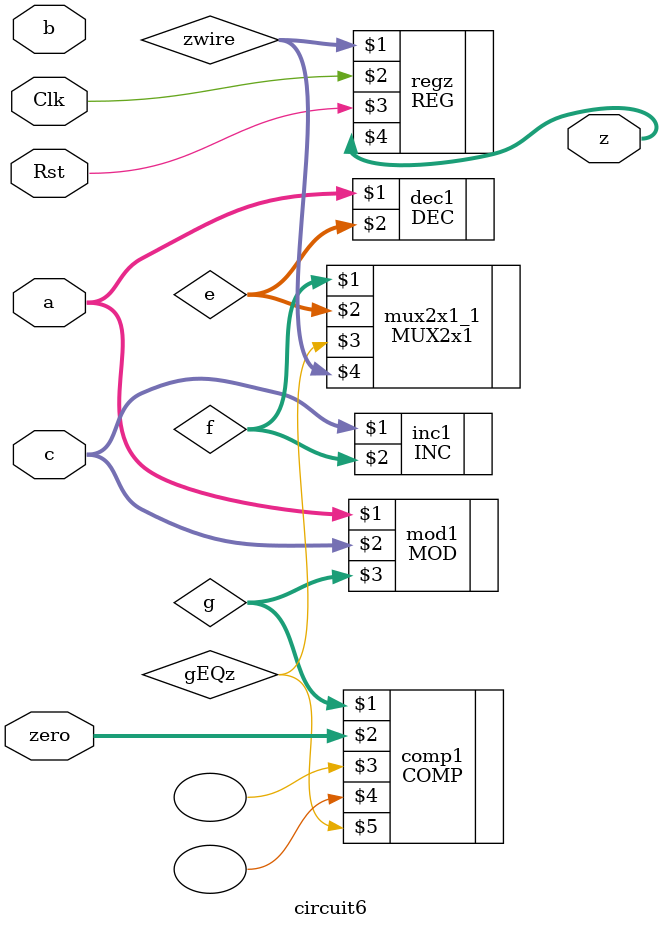
<source format=v>
`timescale 1ns / 1ns


module circuit6 (a, b, c, zero, Clk, Rst, z);
    input [63:0] a;
    input [63:0] b;
    input [63:0] c;
    input [63:0] zero;
    input Clk, Rst;
    output[63:0] z;
    wire [63:0] e, f, g, zwire;
    wire gEQz;

    
    DEC #(.DATAWIDTH(64)) dec1 (a, e);
    INC #(.DATAWIDTH(64)) inc1 (c, f);
    MOD #(.DATAWIDTH(64)) mod1 (a, c, g);
    COMP #(.DATAWIDTH(64)) comp1 (g, zero,,, gEQz );
    MUX2x1 #(.DATAWIDTH(64)) mux2x1_1 (f, e, gEQz, zwire);
    REG #(.DATAWIDTH(64)) regz (zwire, Clk, Rst, z);
    
endmodule

</source>
